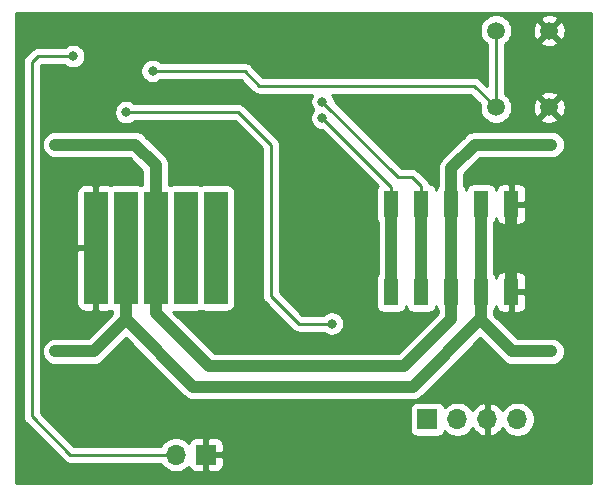
<source format=gbr>
%TF.GenerationSoftware,KiCad,Pcbnew,5.1.10-88a1d61d58~88~ubuntu20.04.1*%
%TF.CreationDate,2021-10-09T14:41:35+11:00*%
%TF.ProjectId,reva,72657661-2e6b-4696-9361-645f70636258,rev?*%
%TF.SameCoordinates,Original*%
%TF.FileFunction,Copper,L2,Bot*%
%TF.FilePolarity,Positive*%
%FSLAX46Y46*%
G04 Gerber Fmt 4.6, Leading zero omitted, Abs format (unit mm)*
G04 Created by KiCad (PCBNEW 5.1.10-88a1d61d58~88~ubuntu20.04.1) date 2021-10-09 14:41:35*
%MOMM*%
%LPD*%
G01*
G04 APERTURE LIST*
%TA.AperFunction,ComponentPad*%
%ADD10C,1.500000*%
%TD*%
%TA.AperFunction,SMDPad,CuDef*%
%ADD11R,2.000000X9.500000*%
%TD*%
%TA.AperFunction,ComponentPad*%
%ADD12O,1.700000X1.700000*%
%TD*%
%TA.AperFunction,ComponentPad*%
%ADD13R,1.700000X1.700000*%
%TD*%
%TA.AperFunction,SMDPad,CuDef*%
%ADD14R,1.270000X2.260000*%
%TD*%
%TA.AperFunction,ViaPad*%
%ADD15C,0.800000*%
%TD*%
%TA.AperFunction,Conductor*%
%ADD16C,1.000000*%
%TD*%
%TA.AperFunction,Conductor*%
%ADD17C,0.250000*%
%TD*%
%TA.AperFunction,Conductor*%
%ADD18C,0.254000*%
%TD*%
%TA.AperFunction,Conductor*%
%ADD19C,0.100000*%
%TD*%
G04 APERTURE END LIST*
D10*
%TO.P,S1,2*%
%TO.N,IO04*%
X171300000Y-86600000D03*
%TO.P,S1,4*%
%TO.N,GND*%
X175800000Y-86600000D03*
%TO.P,S1,3*%
X175800000Y-93100000D03*
%TO.P,S1,1*%
%TO.N,IO04*%
X171300000Y-93100000D03*
%TD*%
D11*
%TO.P,J2,1*%
%TO.N,IO4*%
X147580000Y-105000000D03*
%TO.P,J2,2*%
%TO.N,IO3*%
X145040000Y-105000000D03*
%TO.P,J2,3*%
%TO.N,RS485B*%
X142500000Y-105000000D03*
%TO.P,J2,4*%
%TO.N,RS485A*%
X139960000Y-105000000D03*
%TO.P,J2,5*%
%TO.N,GND*%
X137420000Y-105000000D03*
%TD*%
D12*
%TO.P,J4,2*%
%TO.N,IO0*%
X144210000Y-122500000D03*
D13*
%TO.P,J4,1*%
%TO.N,GND*%
X146750000Y-122500000D03*
%TD*%
D12*
%TO.P,J3,4*%
%TO.N,VIN*%
X173120000Y-119500000D03*
%TO.P,J3,3*%
%TO.N,GND*%
X170580000Y-119500000D03*
%TO.P,J3,2*%
%TO.N,TTLTX*%
X168040000Y-119500000D03*
D13*
%TO.P,J3,1*%
%TO.N,TTLRX*%
X165500000Y-119500000D03*
%TD*%
D14*
%TO.P,J1,6*%
%TO.N,GND*%
X172580000Y-108720000D03*
%TO.P,J1,7*%
%TO.N,RS485A*%
X170040000Y-108720000D03*
%TO.P,J1,8*%
%TO.N,RS485B*%
X167500000Y-108720000D03*
%TO.P,J1,9*%
%TO.N,IO1*%
X164960000Y-108720000D03*
%TO.P,J1,10*%
%TO.N,IO2*%
X162420000Y-108720000D03*
%TO.P,J1,5*%
%TO.N,GND*%
X172580000Y-101280000D03*
%TO.P,J1,4*%
%TO.N,RS485A*%
X170040000Y-101280000D03*
%TO.P,J1,3*%
%TO.N,RS485B*%
X167500000Y-101280000D03*
%TO.P,J1,2*%
%TO.N,IO1*%
X164960000Y-101280000D03*
%TO.P,J1,1*%
%TO.N,IO2*%
X162420000Y-101280000D03*
%TD*%
D15*
%TO.N,IO2*%
X156600000Y-94000000D03*
%TO.N,IO1*%
X156600000Y-92600000D03*
%TO.N,GND*%
X148500000Y-96250000D03*
X147000000Y-96250000D03*
X145500000Y-96250000D03*
X145500000Y-97750000D03*
X147000000Y-97750000D03*
X148500000Y-97750000D03*
X148500000Y-99250000D03*
X145500000Y-99250000D03*
X147000000Y-99250000D03*
X156450000Y-107550000D03*
X156400000Y-112600000D03*
X160000000Y-107000000D03*
X135500000Y-105000000D03*
X154500000Y-122000000D03*
X176750000Y-99750000D03*
X162250000Y-86000000D03*
X151750000Y-90000000D03*
X158700000Y-92600000D03*
X160300000Y-94100000D03*
X139900000Y-113900000D03*
X141600000Y-116000000D03*
X147100000Y-111900000D03*
X151000000Y-111600000D03*
X134600000Y-99900000D03*
X168500000Y-116000000D03*
X159300000Y-118300000D03*
X162750000Y-121500000D03*
X172000000Y-97750000D03*
X174250000Y-98250000D03*
X142600000Y-95000000D03*
X150400000Y-101200000D03*
%TO.N,IO3*%
X145000000Y-102750000D03*
%TO.N,IO4*%
X147500000Y-104000000D03*
%TO.N,RS485A*%
X134000000Y-113750000D03*
X176000000Y-113750000D03*
X170040000Y-104960000D03*
%TO.N,RS485B*%
X167500000Y-105000000D03*
X176000000Y-96250000D03*
X134000000Y-96250000D03*
%TO.N,IO0*%
X135500000Y-88750000D03*
%TO.N,RS485CTRL*%
X140000000Y-93500000D03*
X157400000Y-111400000D03*
%TO.N,IO04*%
X142235000Y-90015000D03*
%TD*%
D16*
%TO.N,IO2*%
X162420000Y-101280000D02*
X162420000Y-108720000D01*
D17*
X162500000Y-101200000D02*
X162420000Y-101280000D01*
X162420000Y-99820000D02*
X162420000Y-101280000D01*
X156600000Y-94000000D02*
X162420000Y-99820000D01*
D16*
%TO.N,IO1*%
X164960000Y-101280000D02*
X164960000Y-108720000D01*
D17*
X164960000Y-99760000D02*
X164960000Y-101280000D01*
X163000000Y-99000000D02*
X164200000Y-99000000D01*
X164200000Y-99000000D02*
X164960000Y-99760000D01*
X156600000Y-92600000D02*
X163000000Y-99000000D01*
D16*
%TO.N,GND*%
X172580000Y-101280000D02*
X172580000Y-108720000D01*
%TO.N,RS485A*%
X170040000Y-104960000D02*
X170040000Y-108720000D01*
X170040000Y-101280000D02*
X170040000Y-104960000D01*
X170040000Y-108720000D02*
X170040000Y-110960000D01*
X139960000Y-110960000D02*
X139960000Y-111040000D01*
X170040000Y-110960000D02*
X170040000Y-111040000D01*
X169960000Y-111040000D02*
X164250000Y-116750000D01*
X145670000Y-116750000D02*
X139960000Y-111040000D01*
X164250000Y-116750000D02*
X145670000Y-116750000D01*
X139960000Y-111040000D02*
X139960000Y-105000000D01*
X172670000Y-113750000D02*
X169960000Y-111040000D01*
X176000000Y-113750000D02*
X172670000Y-113750000D01*
X137250000Y-113750000D02*
X139960000Y-111040000D01*
X134000000Y-113750000D02*
X137250000Y-113750000D01*
X170040000Y-111040000D02*
X169960000Y-111040000D01*
%TO.N,RS485B*%
X167500000Y-105000000D02*
X167500000Y-108720000D01*
X167500000Y-101280000D02*
X167500000Y-105000000D01*
X147000000Y-115000000D02*
X142500000Y-110500000D01*
X163500000Y-115000000D02*
X147000000Y-115000000D01*
X167500000Y-111000000D02*
X163500000Y-115000000D01*
X167500000Y-108720000D02*
X167500000Y-111000000D01*
X142500000Y-110500000D02*
X142500000Y-105000000D01*
X169500000Y-96250000D02*
X176000000Y-96250000D01*
X167500000Y-98250000D02*
X169500000Y-96250000D01*
X167500000Y-101280000D02*
X167500000Y-98250000D01*
X140750000Y-96250000D02*
X134000000Y-96250000D01*
X142500000Y-98000000D02*
X140750000Y-96250000D01*
X142500000Y-105000000D02*
X142500000Y-98000000D01*
D17*
%TO.N,IO0*%
X138000000Y-122500000D02*
X144210000Y-122500000D01*
X135500000Y-88750000D02*
X132500000Y-88750000D01*
X132500000Y-88750000D02*
X132000000Y-89250000D01*
X132000000Y-89250000D02*
X132000000Y-119250000D01*
X135250000Y-122500000D02*
X138000000Y-122500000D01*
X132000000Y-119250000D02*
X135250000Y-122500000D01*
%TO.N,RS485CTRL*%
X152250000Y-96250000D02*
X152250000Y-108450000D01*
X149500000Y-93500000D02*
X152250000Y-96250000D01*
X140000000Y-93500000D02*
X149500000Y-93500000D01*
X152250000Y-108450000D02*
X152250000Y-108500000D01*
X152250000Y-108450000D02*
X152250000Y-108650000D01*
X152250000Y-108650000D02*
X152250000Y-109050000D01*
X154600000Y-111400000D02*
X157400000Y-111400000D01*
X152250000Y-109050000D02*
X154600000Y-111400000D01*
%TO.N,IO04*%
X151250000Y-91250000D02*
X169450000Y-91250000D01*
X150015000Y-90015000D02*
X151250000Y-91250000D01*
X142235000Y-90015000D02*
X150015000Y-90015000D01*
X169450000Y-91250000D02*
X171300000Y-93100000D01*
X171300000Y-86600000D02*
X171300000Y-93100000D01*
%TD*%
D18*
%TO.N,GND*%
X179340001Y-124873000D02*
X130660000Y-124873000D01*
X130660000Y-89250000D01*
X131236324Y-89250000D01*
X131240000Y-89287322D01*
X131240001Y-119212667D01*
X131236324Y-119250000D01*
X131250998Y-119398985D01*
X131294454Y-119542246D01*
X131365026Y-119674276D01*
X131436201Y-119761002D01*
X131460000Y-119790001D01*
X131488998Y-119813799D01*
X134686201Y-123011003D01*
X134709999Y-123040001D01*
X134738997Y-123063799D01*
X134825723Y-123134974D01*
X134953759Y-123203411D01*
X134957753Y-123205546D01*
X135101014Y-123249003D01*
X135212667Y-123260000D01*
X135212676Y-123260000D01*
X135249999Y-123263676D01*
X135287322Y-123260000D01*
X142931822Y-123260000D01*
X143056525Y-123446632D01*
X143263368Y-123653475D01*
X143506589Y-123815990D01*
X143776842Y-123927932D01*
X144063740Y-123985000D01*
X144356260Y-123985000D01*
X144643158Y-123927932D01*
X144913411Y-123815990D01*
X145156632Y-123653475D01*
X145288487Y-123521620D01*
X145310498Y-123594180D01*
X145369463Y-123704494D01*
X145448815Y-123801185D01*
X145545506Y-123880537D01*
X145655820Y-123939502D01*
X145775518Y-123975812D01*
X145900000Y-123988072D01*
X146464250Y-123985000D01*
X146623000Y-123826250D01*
X146623000Y-122627000D01*
X146877000Y-122627000D01*
X146877000Y-123826250D01*
X147035750Y-123985000D01*
X147600000Y-123988072D01*
X147724482Y-123975812D01*
X147844180Y-123939502D01*
X147954494Y-123880537D01*
X148051185Y-123801185D01*
X148130537Y-123704494D01*
X148189502Y-123594180D01*
X148225812Y-123474482D01*
X148238072Y-123350000D01*
X148235000Y-122785750D01*
X148076250Y-122627000D01*
X146877000Y-122627000D01*
X146623000Y-122627000D01*
X146603000Y-122627000D01*
X146603000Y-122373000D01*
X146623000Y-122373000D01*
X146623000Y-121173750D01*
X146877000Y-121173750D01*
X146877000Y-122373000D01*
X148076250Y-122373000D01*
X148235000Y-122214250D01*
X148238072Y-121650000D01*
X148225812Y-121525518D01*
X148189502Y-121405820D01*
X148130537Y-121295506D01*
X148051185Y-121198815D01*
X147954494Y-121119463D01*
X147844180Y-121060498D01*
X147724482Y-121024188D01*
X147600000Y-121011928D01*
X147035750Y-121015000D01*
X146877000Y-121173750D01*
X146623000Y-121173750D01*
X146464250Y-121015000D01*
X145900000Y-121011928D01*
X145775518Y-121024188D01*
X145655820Y-121060498D01*
X145545506Y-121119463D01*
X145448815Y-121198815D01*
X145369463Y-121295506D01*
X145310498Y-121405820D01*
X145288487Y-121478380D01*
X145156632Y-121346525D01*
X144913411Y-121184010D01*
X144643158Y-121072068D01*
X144356260Y-121015000D01*
X144063740Y-121015000D01*
X143776842Y-121072068D01*
X143506589Y-121184010D01*
X143263368Y-121346525D01*
X143056525Y-121553368D01*
X142931822Y-121740000D01*
X135564802Y-121740000D01*
X132760000Y-118935199D01*
X132760000Y-118650000D01*
X164011928Y-118650000D01*
X164011928Y-120350000D01*
X164024188Y-120474482D01*
X164060498Y-120594180D01*
X164119463Y-120704494D01*
X164198815Y-120801185D01*
X164295506Y-120880537D01*
X164405820Y-120939502D01*
X164525518Y-120975812D01*
X164650000Y-120988072D01*
X166350000Y-120988072D01*
X166474482Y-120975812D01*
X166594180Y-120939502D01*
X166704494Y-120880537D01*
X166801185Y-120801185D01*
X166880537Y-120704494D01*
X166939502Y-120594180D01*
X166961513Y-120521620D01*
X167093368Y-120653475D01*
X167336589Y-120815990D01*
X167606842Y-120927932D01*
X167893740Y-120985000D01*
X168186260Y-120985000D01*
X168473158Y-120927932D01*
X168743411Y-120815990D01*
X168986632Y-120653475D01*
X169193475Y-120446632D01*
X169315195Y-120264466D01*
X169384822Y-120381355D01*
X169579731Y-120597588D01*
X169813080Y-120771641D01*
X170075901Y-120896825D01*
X170223110Y-120941476D01*
X170453000Y-120820155D01*
X170453000Y-119627000D01*
X170433000Y-119627000D01*
X170433000Y-119373000D01*
X170453000Y-119373000D01*
X170453000Y-118179845D01*
X170707000Y-118179845D01*
X170707000Y-119373000D01*
X170727000Y-119373000D01*
X170727000Y-119627000D01*
X170707000Y-119627000D01*
X170707000Y-120820155D01*
X170936890Y-120941476D01*
X171084099Y-120896825D01*
X171346920Y-120771641D01*
X171580269Y-120597588D01*
X171775178Y-120381355D01*
X171844805Y-120264466D01*
X171966525Y-120446632D01*
X172173368Y-120653475D01*
X172416589Y-120815990D01*
X172686842Y-120927932D01*
X172973740Y-120985000D01*
X173266260Y-120985000D01*
X173553158Y-120927932D01*
X173823411Y-120815990D01*
X174066632Y-120653475D01*
X174273475Y-120446632D01*
X174435990Y-120203411D01*
X174547932Y-119933158D01*
X174605000Y-119646260D01*
X174605000Y-119353740D01*
X174547932Y-119066842D01*
X174435990Y-118796589D01*
X174273475Y-118553368D01*
X174066632Y-118346525D01*
X173823411Y-118184010D01*
X173553158Y-118072068D01*
X173266260Y-118015000D01*
X172973740Y-118015000D01*
X172686842Y-118072068D01*
X172416589Y-118184010D01*
X172173368Y-118346525D01*
X171966525Y-118553368D01*
X171844805Y-118735534D01*
X171775178Y-118618645D01*
X171580269Y-118402412D01*
X171346920Y-118228359D01*
X171084099Y-118103175D01*
X170936890Y-118058524D01*
X170707000Y-118179845D01*
X170453000Y-118179845D01*
X170223110Y-118058524D01*
X170075901Y-118103175D01*
X169813080Y-118228359D01*
X169579731Y-118402412D01*
X169384822Y-118618645D01*
X169315195Y-118735534D01*
X169193475Y-118553368D01*
X168986632Y-118346525D01*
X168743411Y-118184010D01*
X168473158Y-118072068D01*
X168186260Y-118015000D01*
X167893740Y-118015000D01*
X167606842Y-118072068D01*
X167336589Y-118184010D01*
X167093368Y-118346525D01*
X166961513Y-118478380D01*
X166939502Y-118405820D01*
X166880537Y-118295506D01*
X166801185Y-118198815D01*
X166704494Y-118119463D01*
X166594180Y-118060498D01*
X166474482Y-118024188D01*
X166350000Y-118011928D01*
X164650000Y-118011928D01*
X164525518Y-118024188D01*
X164405820Y-118060498D01*
X164295506Y-118119463D01*
X164198815Y-118198815D01*
X164119463Y-118295506D01*
X164060498Y-118405820D01*
X164024188Y-118525518D01*
X164011928Y-118650000D01*
X132760000Y-118650000D01*
X132760000Y-109750000D01*
X135781928Y-109750000D01*
X135794188Y-109874482D01*
X135830498Y-109994180D01*
X135889463Y-110104494D01*
X135968815Y-110201185D01*
X136065506Y-110280537D01*
X136175820Y-110339502D01*
X136295518Y-110375812D01*
X136420000Y-110388072D01*
X137134250Y-110385000D01*
X137293000Y-110226250D01*
X137293000Y-105127000D01*
X135943750Y-105127000D01*
X135785000Y-105285750D01*
X135781928Y-109750000D01*
X132760000Y-109750000D01*
X132760000Y-100250000D01*
X135781928Y-100250000D01*
X135785000Y-104714250D01*
X135943750Y-104873000D01*
X137293000Y-104873000D01*
X137293000Y-99773750D01*
X137134250Y-99615000D01*
X136420000Y-99611928D01*
X136295518Y-99624188D01*
X136175820Y-99660498D01*
X136065506Y-99719463D01*
X135968815Y-99798815D01*
X135889463Y-99895506D01*
X135830498Y-100005820D01*
X135794188Y-100125518D01*
X135781928Y-100250000D01*
X132760000Y-100250000D01*
X132760000Y-96250000D01*
X132859509Y-96250000D01*
X132881423Y-96472499D01*
X132946324Y-96686447D01*
X133051716Y-96883623D01*
X133193551Y-97056449D01*
X133366377Y-97198284D01*
X133563553Y-97303676D01*
X133777501Y-97368577D01*
X133944248Y-97385000D01*
X140279869Y-97385000D01*
X141365001Y-98470134D01*
X141365001Y-99627378D01*
X141255820Y-99660498D01*
X141230000Y-99674299D01*
X141204180Y-99660498D01*
X141084482Y-99624188D01*
X140960000Y-99611928D01*
X138960000Y-99611928D01*
X138835518Y-99624188D01*
X138715820Y-99660498D01*
X138690000Y-99674299D01*
X138664180Y-99660498D01*
X138544482Y-99624188D01*
X138420000Y-99611928D01*
X137705750Y-99615000D01*
X137547000Y-99773750D01*
X137547000Y-104873000D01*
X137567000Y-104873000D01*
X137567000Y-105127000D01*
X137547000Y-105127000D01*
X137547000Y-110226250D01*
X137705750Y-110385000D01*
X138420000Y-110388072D01*
X138544482Y-110375812D01*
X138664180Y-110339502D01*
X138690000Y-110325701D01*
X138715820Y-110339502D01*
X138825000Y-110372621D01*
X138825000Y-110569868D01*
X136779869Y-112615000D01*
X133944248Y-112615000D01*
X133777501Y-112631423D01*
X133563553Y-112696324D01*
X133366377Y-112801716D01*
X133193551Y-112943551D01*
X133051716Y-113116377D01*
X132946324Y-113313553D01*
X132881423Y-113527501D01*
X132859509Y-113750000D01*
X132881423Y-113972499D01*
X132946324Y-114186447D01*
X133051716Y-114383623D01*
X133193551Y-114556449D01*
X133366377Y-114698284D01*
X133563553Y-114803676D01*
X133777501Y-114868577D01*
X133944248Y-114885000D01*
X137194249Y-114885000D01*
X137250000Y-114890491D01*
X137305751Y-114885000D01*
X137305752Y-114885000D01*
X137472499Y-114868577D01*
X137686447Y-114803676D01*
X137883623Y-114698284D01*
X138056449Y-114556449D01*
X138091996Y-114513135D01*
X139960000Y-112645131D01*
X144828009Y-117513141D01*
X144863551Y-117556449D01*
X145036377Y-117698284D01*
X145233553Y-117803676D01*
X145447501Y-117868577D01*
X145614248Y-117885000D01*
X145614257Y-117885000D01*
X145669999Y-117890490D01*
X145725741Y-117885000D01*
X164194249Y-117885000D01*
X164250000Y-117890491D01*
X164305751Y-117885000D01*
X164305752Y-117885000D01*
X164472499Y-117868577D01*
X164686447Y-117803676D01*
X164883623Y-117698284D01*
X165056449Y-117556449D01*
X165091996Y-117513135D01*
X169960000Y-112645132D01*
X171828009Y-114513141D01*
X171863551Y-114556449D01*
X171998507Y-114667205D01*
X172036377Y-114698284D01*
X172233553Y-114803676D01*
X172447501Y-114868577D01*
X172670000Y-114890491D01*
X172725752Y-114885000D01*
X176055752Y-114885000D01*
X176222499Y-114868577D01*
X176436447Y-114803676D01*
X176633623Y-114698284D01*
X176806449Y-114556449D01*
X176948284Y-114383623D01*
X177053676Y-114186447D01*
X177118577Y-113972499D01*
X177140491Y-113750000D01*
X177118577Y-113527501D01*
X177053676Y-113313553D01*
X176948284Y-113116377D01*
X176806449Y-112943551D01*
X176633623Y-112801716D01*
X176436447Y-112696324D01*
X176222499Y-112631423D01*
X176055752Y-112615000D01*
X173140132Y-112615000D01*
X171175000Y-110649869D01*
X171175000Y-110241704D01*
X171205537Y-110204494D01*
X171264502Y-110094180D01*
X171300812Y-109974482D01*
X171310000Y-109881192D01*
X171319188Y-109974482D01*
X171355498Y-110094180D01*
X171414463Y-110204494D01*
X171493815Y-110301185D01*
X171590506Y-110380537D01*
X171700820Y-110439502D01*
X171820518Y-110475812D01*
X171945000Y-110488072D01*
X172294250Y-110485000D01*
X172453000Y-110326250D01*
X172453000Y-108847000D01*
X172707000Y-108847000D01*
X172707000Y-110326250D01*
X172865750Y-110485000D01*
X173215000Y-110488072D01*
X173339482Y-110475812D01*
X173459180Y-110439502D01*
X173569494Y-110380537D01*
X173666185Y-110301185D01*
X173745537Y-110204494D01*
X173804502Y-110094180D01*
X173840812Y-109974482D01*
X173853072Y-109850000D01*
X173850000Y-109005750D01*
X173691250Y-108847000D01*
X172707000Y-108847000D01*
X172453000Y-108847000D01*
X172433000Y-108847000D01*
X172433000Y-108593000D01*
X172453000Y-108593000D01*
X172453000Y-107113750D01*
X172707000Y-107113750D01*
X172707000Y-108593000D01*
X173691250Y-108593000D01*
X173850000Y-108434250D01*
X173853072Y-107590000D01*
X173840812Y-107465518D01*
X173804502Y-107345820D01*
X173745537Y-107235506D01*
X173666185Y-107138815D01*
X173569494Y-107059463D01*
X173459180Y-107000498D01*
X173339482Y-106964188D01*
X173215000Y-106951928D01*
X172865750Y-106955000D01*
X172707000Y-107113750D01*
X172453000Y-107113750D01*
X172294250Y-106955000D01*
X171945000Y-106951928D01*
X171820518Y-106964188D01*
X171700820Y-107000498D01*
X171590506Y-107059463D01*
X171493815Y-107138815D01*
X171414463Y-107235506D01*
X171355498Y-107345820D01*
X171319188Y-107465518D01*
X171310000Y-107558808D01*
X171300812Y-107465518D01*
X171264502Y-107345820D01*
X171205537Y-107235506D01*
X171175000Y-107198296D01*
X171175000Y-102801704D01*
X171205537Y-102764494D01*
X171264502Y-102654180D01*
X171300812Y-102534482D01*
X171310000Y-102441192D01*
X171319188Y-102534482D01*
X171355498Y-102654180D01*
X171414463Y-102764494D01*
X171493815Y-102861185D01*
X171590506Y-102940537D01*
X171700820Y-102999502D01*
X171820518Y-103035812D01*
X171945000Y-103048072D01*
X172294250Y-103045000D01*
X172453000Y-102886250D01*
X172453000Y-101407000D01*
X172707000Y-101407000D01*
X172707000Y-102886250D01*
X172865750Y-103045000D01*
X173215000Y-103048072D01*
X173339482Y-103035812D01*
X173459180Y-102999502D01*
X173569494Y-102940537D01*
X173666185Y-102861185D01*
X173745537Y-102764494D01*
X173804502Y-102654180D01*
X173840812Y-102534482D01*
X173853072Y-102410000D01*
X173850000Y-101565750D01*
X173691250Y-101407000D01*
X172707000Y-101407000D01*
X172453000Y-101407000D01*
X172433000Y-101407000D01*
X172433000Y-101153000D01*
X172453000Y-101153000D01*
X172453000Y-99673750D01*
X172707000Y-99673750D01*
X172707000Y-101153000D01*
X173691250Y-101153000D01*
X173850000Y-100994250D01*
X173853072Y-100150000D01*
X173840812Y-100025518D01*
X173804502Y-99905820D01*
X173745537Y-99795506D01*
X173666185Y-99698815D01*
X173569494Y-99619463D01*
X173459180Y-99560498D01*
X173339482Y-99524188D01*
X173215000Y-99511928D01*
X172865750Y-99515000D01*
X172707000Y-99673750D01*
X172453000Y-99673750D01*
X172294250Y-99515000D01*
X171945000Y-99511928D01*
X171820518Y-99524188D01*
X171700820Y-99560498D01*
X171590506Y-99619463D01*
X171493815Y-99698815D01*
X171414463Y-99795506D01*
X171355498Y-99905820D01*
X171319188Y-100025518D01*
X171310000Y-100118808D01*
X171300812Y-100025518D01*
X171264502Y-99905820D01*
X171205537Y-99795506D01*
X171126185Y-99698815D01*
X171029494Y-99619463D01*
X170919180Y-99560498D01*
X170799482Y-99524188D01*
X170675000Y-99511928D01*
X169405000Y-99511928D01*
X169280518Y-99524188D01*
X169160820Y-99560498D01*
X169050506Y-99619463D01*
X168953815Y-99698815D01*
X168874463Y-99795506D01*
X168815498Y-99905820D01*
X168779188Y-100025518D01*
X168770000Y-100118808D01*
X168760812Y-100025518D01*
X168724502Y-99905820D01*
X168665537Y-99795506D01*
X168635000Y-99758296D01*
X168635000Y-98720131D01*
X169970132Y-97385000D01*
X176055752Y-97385000D01*
X176222499Y-97368577D01*
X176436447Y-97303676D01*
X176633623Y-97198284D01*
X176806449Y-97056449D01*
X176948284Y-96883623D01*
X177053676Y-96686447D01*
X177118577Y-96472499D01*
X177140491Y-96250000D01*
X177118577Y-96027501D01*
X177053676Y-95813553D01*
X176948284Y-95616377D01*
X176806449Y-95443551D01*
X176633623Y-95301716D01*
X176436447Y-95196324D01*
X176222499Y-95131423D01*
X176055752Y-95115000D01*
X169555751Y-95115000D01*
X169499999Y-95109509D01*
X169277500Y-95131423D01*
X169227705Y-95146529D01*
X169063553Y-95196324D01*
X168866377Y-95301716D01*
X168693551Y-95443551D01*
X168658009Y-95486859D01*
X166736860Y-97408009D01*
X166693552Y-97443551D01*
X166551717Y-97616377D01*
X166495384Y-97721770D01*
X166446324Y-97813554D01*
X166381423Y-98027502D01*
X166359509Y-98250000D01*
X166365001Y-98305761D01*
X166365001Y-99758296D01*
X166334463Y-99795506D01*
X166275498Y-99905820D01*
X166239188Y-100025518D01*
X166230000Y-100118808D01*
X166220812Y-100025518D01*
X166184502Y-99905820D01*
X166125537Y-99795506D01*
X166046185Y-99698815D01*
X165949494Y-99619463D01*
X165839180Y-99560498D01*
X165719482Y-99524188D01*
X165681531Y-99520450D01*
X165665546Y-99467753D01*
X165594974Y-99335724D01*
X165500001Y-99219999D01*
X165471004Y-99196202D01*
X164763803Y-98489002D01*
X164740001Y-98459999D01*
X164624276Y-98365026D01*
X164492247Y-98294454D01*
X164348986Y-98250997D01*
X164237333Y-98240000D01*
X164237322Y-98240000D01*
X164200000Y-98236324D01*
X164162678Y-98240000D01*
X163314802Y-98240000D01*
X157635000Y-92560199D01*
X157635000Y-92498061D01*
X157595226Y-92298102D01*
X157517205Y-92109744D01*
X157450558Y-92010000D01*
X169135199Y-92010000D01*
X169943833Y-92818635D01*
X169915000Y-92963589D01*
X169915000Y-93236411D01*
X169968225Y-93503989D01*
X170072629Y-93756043D01*
X170224201Y-93982886D01*
X170417114Y-94175799D01*
X170643957Y-94327371D01*
X170896011Y-94431775D01*
X171163589Y-94485000D01*
X171436411Y-94485000D01*
X171703989Y-94431775D01*
X171956043Y-94327371D01*
X172182886Y-94175799D01*
X172301692Y-94056993D01*
X175022612Y-94056993D01*
X175088137Y-94295860D01*
X175335116Y-94411760D01*
X175599960Y-94477250D01*
X175872492Y-94489812D01*
X176142238Y-94448965D01*
X176398832Y-94356277D01*
X176511863Y-94295860D01*
X176577388Y-94056993D01*
X175800000Y-93279605D01*
X175022612Y-94056993D01*
X172301692Y-94056993D01*
X172375799Y-93982886D01*
X172527371Y-93756043D01*
X172631775Y-93503989D01*
X172685000Y-93236411D01*
X172685000Y-93172492D01*
X174410188Y-93172492D01*
X174451035Y-93442238D01*
X174543723Y-93698832D01*
X174604140Y-93811863D01*
X174843007Y-93877388D01*
X175620395Y-93100000D01*
X175979605Y-93100000D01*
X176756993Y-93877388D01*
X176995860Y-93811863D01*
X177111760Y-93564884D01*
X177177250Y-93300040D01*
X177189812Y-93027508D01*
X177148965Y-92757762D01*
X177056277Y-92501168D01*
X176995860Y-92388137D01*
X176756993Y-92322612D01*
X175979605Y-93100000D01*
X175620395Y-93100000D01*
X174843007Y-92322612D01*
X174604140Y-92388137D01*
X174488240Y-92635116D01*
X174422750Y-92899960D01*
X174410188Y-93172492D01*
X172685000Y-93172492D01*
X172685000Y-92963589D01*
X172631775Y-92696011D01*
X172527371Y-92443957D01*
X172375799Y-92217114D01*
X172301692Y-92143007D01*
X175022612Y-92143007D01*
X175800000Y-92920395D01*
X176577388Y-92143007D01*
X176511863Y-91904140D01*
X176264884Y-91788240D01*
X176000040Y-91722750D01*
X175727508Y-91710188D01*
X175457762Y-91751035D01*
X175201168Y-91843723D01*
X175088137Y-91904140D01*
X175022612Y-92143007D01*
X172301692Y-92143007D01*
X172182886Y-92024201D01*
X172060000Y-91942091D01*
X172060000Y-87757909D01*
X172182886Y-87675799D01*
X172301692Y-87556993D01*
X175022612Y-87556993D01*
X175088137Y-87795860D01*
X175335116Y-87911760D01*
X175599960Y-87977250D01*
X175872492Y-87989812D01*
X176142238Y-87948965D01*
X176398832Y-87856277D01*
X176511863Y-87795860D01*
X176577388Y-87556993D01*
X175800000Y-86779605D01*
X175022612Y-87556993D01*
X172301692Y-87556993D01*
X172375799Y-87482886D01*
X172527371Y-87256043D01*
X172631775Y-87003989D01*
X172685000Y-86736411D01*
X172685000Y-86672492D01*
X174410188Y-86672492D01*
X174451035Y-86942238D01*
X174543723Y-87198832D01*
X174604140Y-87311863D01*
X174843007Y-87377388D01*
X175620395Y-86600000D01*
X175979605Y-86600000D01*
X176756993Y-87377388D01*
X176995860Y-87311863D01*
X177111760Y-87064884D01*
X177177250Y-86800040D01*
X177189812Y-86527508D01*
X177148965Y-86257762D01*
X177056277Y-86001168D01*
X176995860Y-85888137D01*
X176756993Y-85822612D01*
X175979605Y-86600000D01*
X175620395Y-86600000D01*
X174843007Y-85822612D01*
X174604140Y-85888137D01*
X174488240Y-86135116D01*
X174422750Y-86399960D01*
X174410188Y-86672492D01*
X172685000Y-86672492D01*
X172685000Y-86463589D01*
X172631775Y-86196011D01*
X172527371Y-85943957D01*
X172375799Y-85717114D01*
X172301692Y-85643007D01*
X175022612Y-85643007D01*
X175800000Y-86420395D01*
X176577388Y-85643007D01*
X176511863Y-85404140D01*
X176264884Y-85288240D01*
X176000040Y-85222750D01*
X175727508Y-85210188D01*
X175457762Y-85251035D01*
X175201168Y-85343723D01*
X175088137Y-85404140D01*
X175022612Y-85643007D01*
X172301692Y-85643007D01*
X172182886Y-85524201D01*
X171956043Y-85372629D01*
X171703989Y-85268225D01*
X171436411Y-85215000D01*
X171163589Y-85215000D01*
X170896011Y-85268225D01*
X170643957Y-85372629D01*
X170417114Y-85524201D01*
X170224201Y-85717114D01*
X170072629Y-85943957D01*
X169968225Y-86196011D01*
X169915000Y-86463589D01*
X169915000Y-86736411D01*
X169968225Y-87003989D01*
X170072629Y-87256043D01*
X170224201Y-87482886D01*
X170417114Y-87675799D01*
X170540000Y-87757909D01*
X170540001Y-91265199D01*
X170013804Y-90739003D01*
X169990001Y-90709999D01*
X169874276Y-90615026D01*
X169742247Y-90544454D01*
X169598986Y-90500997D01*
X169487333Y-90490000D01*
X169487322Y-90490000D01*
X169450000Y-90486324D01*
X169412678Y-90490000D01*
X151564802Y-90490000D01*
X150578804Y-89504003D01*
X150555001Y-89474999D01*
X150439276Y-89380026D01*
X150307247Y-89309454D01*
X150163986Y-89265997D01*
X150052333Y-89255000D01*
X150052322Y-89255000D01*
X150015000Y-89251324D01*
X149977678Y-89255000D01*
X142938711Y-89255000D01*
X142894774Y-89211063D01*
X142725256Y-89097795D01*
X142536898Y-89019774D01*
X142336939Y-88980000D01*
X142133061Y-88980000D01*
X141933102Y-89019774D01*
X141744744Y-89097795D01*
X141575226Y-89211063D01*
X141431063Y-89355226D01*
X141317795Y-89524744D01*
X141239774Y-89713102D01*
X141200000Y-89913061D01*
X141200000Y-90116939D01*
X141239774Y-90316898D01*
X141317795Y-90505256D01*
X141431063Y-90674774D01*
X141575226Y-90818937D01*
X141744744Y-90932205D01*
X141933102Y-91010226D01*
X142133061Y-91050000D01*
X142336939Y-91050000D01*
X142536898Y-91010226D01*
X142725256Y-90932205D01*
X142894774Y-90818937D01*
X142938711Y-90775000D01*
X149700199Y-90775000D01*
X150686200Y-91761002D01*
X150709999Y-91790001D01*
X150825724Y-91884974D01*
X150957753Y-91955546D01*
X151101014Y-91999003D01*
X151212667Y-92010000D01*
X151212675Y-92010000D01*
X151250000Y-92013676D01*
X151287325Y-92010000D01*
X155749442Y-92010000D01*
X155682795Y-92109744D01*
X155604774Y-92298102D01*
X155565000Y-92498061D01*
X155565000Y-92701939D01*
X155604774Y-92901898D01*
X155682795Y-93090256D01*
X155796063Y-93259774D01*
X155836289Y-93300000D01*
X155796063Y-93340226D01*
X155682795Y-93509744D01*
X155604774Y-93698102D01*
X155565000Y-93898061D01*
X155565000Y-94101939D01*
X155604774Y-94301898D01*
X155682795Y-94490256D01*
X155796063Y-94659774D01*
X155940226Y-94803937D01*
X156109744Y-94917205D01*
X156298102Y-94995226D01*
X156498061Y-95035000D01*
X156560199Y-95035000D01*
X161284321Y-99759123D01*
X161254463Y-99795506D01*
X161195498Y-99905820D01*
X161159188Y-100025518D01*
X161146928Y-100150000D01*
X161146928Y-102410000D01*
X161159188Y-102534482D01*
X161195498Y-102654180D01*
X161254463Y-102764494D01*
X161285000Y-102801704D01*
X161285001Y-107198295D01*
X161254463Y-107235506D01*
X161195498Y-107345820D01*
X161159188Y-107465518D01*
X161146928Y-107590000D01*
X161146928Y-109850000D01*
X161159188Y-109974482D01*
X161195498Y-110094180D01*
X161254463Y-110204494D01*
X161333815Y-110301185D01*
X161430506Y-110380537D01*
X161540820Y-110439502D01*
X161660518Y-110475812D01*
X161785000Y-110488072D01*
X163055000Y-110488072D01*
X163179482Y-110475812D01*
X163299180Y-110439502D01*
X163409494Y-110380537D01*
X163506185Y-110301185D01*
X163585537Y-110204494D01*
X163644502Y-110094180D01*
X163680812Y-109974482D01*
X163690000Y-109881192D01*
X163699188Y-109974482D01*
X163735498Y-110094180D01*
X163794463Y-110204494D01*
X163873815Y-110301185D01*
X163970506Y-110380537D01*
X164080820Y-110439502D01*
X164200518Y-110475812D01*
X164325000Y-110488072D01*
X165595000Y-110488072D01*
X165719482Y-110475812D01*
X165839180Y-110439502D01*
X165949494Y-110380537D01*
X166046185Y-110301185D01*
X166125537Y-110204494D01*
X166184502Y-110094180D01*
X166220812Y-109974482D01*
X166230000Y-109881192D01*
X166239188Y-109974482D01*
X166275498Y-110094180D01*
X166334463Y-110204494D01*
X166365001Y-110241704D01*
X166365001Y-110529867D01*
X163029869Y-113865000D01*
X147470132Y-113865000D01*
X143988091Y-110382960D01*
X144040000Y-110388072D01*
X146040000Y-110388072D01*
X146164482Y-110375812D01*
X146284180Y-110339502D01*
X146310000Y-110325701D01*
X146335820Y-110339502D01*
X146455518Y-110375812D01*
X146580000Y-110388072D01*
X148580000Y-110388072D01*
X148704482Y-110375812D01*
X148824180Y-110339502D01*
X148934494Y-110280537D01*
X149031185Y-110201185D01*
X149110537Y-110104494D01*
X149169502Y-109994180D01*
X149205812Y-109874482D01*
X149218072Y-109750000D01*
X149218072Y-100250000D01*
X149205812Y-100125518D01*
X149169502Y-100005820D01*
X149110537Y-99895506D01*
X149031185Y-99798815D01*
X148934494Y-99719463D01*
X148824180Y-99660498D01*
X148704482Y-99624188D01*
X148580000Y-99611928D01*
X146580000Y-99611928D01*
X146455518Y-99624188D01*
X146335820Y-99660498D01*
X146310000Y-99674299D01*
X146284180Y-99660498D01*
X146164482Y-99624188D01*
X146040000Y-99611928D01*
X144040000Y-99611928D01*
X143915518Y-99624188D01*
X143795820Y-99660498D01*
X143770000Y-99674299D01*
X143744180Y-99660498D01*
X143635000Y-99627379D01*
X143635000Y-98055752D01*
X143640491Y-98000000D01*
X143618577Y-97777501D01*
X143553676Y-97563553D01*
X143448284Y-97366377D01*
X143341989Y-97236856D01*
X143341987Y-97236854D01*
X143306449Y-97193551D01*
X143263146Y-97158013D01*
X141591995Y-95486864D01*
X141556449Y-95443551D01*
X141383623Y-95301716D01*
X141186447Y-95196324D01*
X140972499Y-95131423D01*
X140805752Y-95115000D01*
X140805751Y-95115000D01*
X140750000Y-95109509D01*
X140694249Y-95115000D01*
X133944248Y-95115000D01*
X133777501Y-95131423D01*
X133563553Y-95196324D01*
X133366377Y-95301716D01*
X133193551Y-95443551D01*
X133051716Y-95616377D01*
X132946324Y-95813553D01*
X132881423Y-96027501D01*
X132859509Y-96250000D01*
X132760000Y-96250000D01*
X132760000Y-93398061D01*
X138965000Y-93398061D01*
X138965000Y-93601939D01*
X139004774Y-93801898D01*
X139082795Y-93990256D01*
X139196063Y-94159774D01*
X139340226Y-94303937D01*
X139509744Y-94417205D01*
X139698102Y-94495226D01*
X139898061Y-94535000D01*
X140101939Y-94535000D01*
X140301898Y-94495226D01*
X140490256Y-94417205D01*
X140659774Y-94303937D01*
X140703711Y-94260000D01*
X149185199Y-94260000D01*
X151490000Y-96564802D01*
X151490001Y-108412658D01*
X151490000Y-108412668D01*
X151490000Y-109012678D01*
X151486324Y-109050000D01*
X151490000Y-109087322D01*
X151490000Y-109087333D01*
X151500997Y-109198986D01*
X151544454Y-109342247D01*
X151615026Y-109474276D01*
X151709999Y-109590001D01*
X151739001Y-109613802D01*
X154036201Y-111911003D01*
X154059999Y-111940001D01*
X154175724Y-112034974D01*
X154307753Y-112105546D01*
X154451014Y-112149003D01*
X154562667Y-112160000D01*
X154562677Y-112160000D01*
X154600000Y-112163676D01*
X154637323Y-112160000D01*
X156696289Y-112160000D01*
X156740226Y-112203937D01*
X156909744Y-112317205D01*
X157098102Y-112395226D01*
X157298061Y-112435000D01*
X157501939Y-112435000D01*
X157701898Y-112395226D01*
X157890256Y-112317205D01*
X158059774Y-112203937D01*
X158203937Y-112059774D01*
X158317205Y-111890256D01*
X158395226Y-111701898D01*
X158435000Y-111501939D01*
X158435000Y-111298061D01*
X158395226Y-111098102D01*
X158317205Y-110909744D01*
X158203937Y-110740226D01*
X158059774Y-110596063D01*
X157890256Y-110482795D01*
X157701898Y-110404774D01*
X157501939Y-110365000D01*
X157298061Y-110365000D01*
X157098102Y-110404774D01*
X156909744Y-110482795D01*
X156740226Y-110596063D01*
X156696289Y-110640000D01*
X154914802Y-110640000D01*
X153010000Y-108735199D01*
X153010000Y-96287322D01*
X153013676Y-96249999D01*
X153010000Y-96212676D01*
X153010000Y-96212667D01*
X152999003Y-96101014D01*
X152955546Y-95957753D01*
X152884974Y-95825724D01*
X152790001Y-95709999D01*
X152761004Y-95686202D01*
X150063804Y-92989003D01*
X150040001Y-92959999D01*
X149924276Y-92865026D01*
X149792247Y-92794454D01*
X149648986Y-92750997D01*
X149537333Y-92740000D01*
X149537322Y-92740000D01*
X149500000Y-92736324D01*
X149462678Y-92740000D01*
X140703711Y-92740000D01*
X140659774Y-92696063D01*
X140490256Y-92582795D01*
X140301898Y-92504774D01*
X140101939Y-92465000D01*
X139898061Y-92465000D01*
X139698102Y-92504774D01*
X139509744Y-92582795D01*
X139340226Y-92696063D01*
X139196063Y-92840226D01*
X139082795Y-93009744D01*
X139004774Y-93198102D01*
X138965000Y-93398061D01*
X132760000Y-93398061D01*
X132760000Y-89564801D01*
X132814801Y-89510000D01*
X134796289Y-89510000D01*
X134840226Y-89553937D01*
X135009744Y-89667205D01*
X135198102Y-89745226D01*
X135398061Y-89785000D01*
X135601939Y-89785000D01*
X135801898Y-89745226D01*
X135990256Y-89667205D01*
X136159774Y-89553937D01*
X136303937Y-89409774D01*
X136417205Y-89240256D01*
X136495226Y-89051898D01*
X136535000Y-88851939D01*
X136535000Y-88648061D01*
X136495226Y-88448102D01*
X136417205Y-88259744D01*
X136303937Y-88090226D01*
X136159774Y-87946063D01*
X135990256Y-87832795D01*
X135801898Y-87754774D01*
X135601939Y-87715000D01*
X135398061Y-87715000D01*
X135198102Y-87754774D01*
X135009744Y-87832795D01*
X134840226Y-87946063D01*
X134796289Y-87990000D01*
X132537325Y-87990000D01*
X132500000Y-87986324D01*
X132462675Y-87990000D01*
X132462667Y-87990000D01*
X132351014Y-88000997D01*
X132207753Y-88044454D01*
X132075724Y-88115026D01*
X131959999Y-88209999D01*
X131936196Y-88239003D01*
X131489003Y-88686196D01*
X131459999Y-88709999D01*
X131404871Y-88777174D01*
X131365026Y-88825724D01*
X131294455Y-88957753D01*
X131294454Y-88957754D01*
X131250997Y-89101015D01*
X131240000Y-89212668D01*
X131240000Y-89212678D01*
X131236324Y-89250000D01*
X130660000Y-89250000D01*
X130660000Y-85127000D01*
X179340000Y-85127000D01*
X179340001Y-124873000D01*
%TA.AperFunction,Conductor*%
D19*
G36*
X179340001Y-124873000D02*
G01*
X130660000Y-124873000D01*
X130660000Y-89250000D01*
X131236324Y-89250000D01*
X131240000Y-89287322D01*
X131240001Y-119212667D01*
X131236324Y-119250000D01*
X131250998Y-119398985D01*
X131294454Y-119542246D01*
X131365026Y-119674276D01*
X131436201Y-119761002D01*
X131460000Y-119790001D01*
X131488998Y-119813799D01*
X134686201Y-123011003D01*
X134709999Y-123040001D01*
X134738997Y-123063799D01*
X134825723Y-123134974D01*
X134953759Y-123203411D01*
X134957753Y-123205546D01*
X135101014Y-123249003D01*
X135212667Y-123260000D01*
X135212676Y-123260000D01*
X135249999Y-123263676D01*
X135287322Y-123260000D01*
X142931822Y-123260000D01*
X143056525Y-123446632D01*
X143263368Y-123653475D01*
X143506589Y-123815990D01*
X143776842Y-123927932D01*
X144063740Y-123985000D01*
X144356260Y-123985000D01*
X144643158Y-123927932D01*
X144913411Y-123815990D01*
X145156632Y-123653475D01*
X145288487Y-123521620D01*
X145310498Y-123594180D01*
X145369463Y-123704494D01*
X145448815Y-123801185D01*
X145545506Y-123880537D01*
X145655820Y-123939502D01*
X145775518Y-123975812D01*
X145900000Y-123988072D01*
X146464250Y-123985000D01*
X146623000Y-123826250D01*
X146623000Y-122627000D01*
X146877000Y-122627000D01*
X146877000Y-123826250D01*
X147035750Y-123985000D01*
X147600000Y-123988072D01*
X147724482Y-123975812D01*
X147844180Y-123939502D01*
X147954494Y-123880537D01*
X148051185Y-123801185D01*
X148130537Y-123704494D01*
X148189502Y-123594180D01*
X148225812Y-123474482D01*
X148238072Y-123350000D01*
X148235000Y-122785750D01*
X148076250Y-122627000D01*
X146877000Y-122627000D01*
X146623000Y-122627000D01*
X146603000Y-122627000D01*
X146603000Y-122373000D01*
X146623000Y-122373000D01*
X146623000Y-121173750D01*
X146877000Y-121173750D01*
X146877000Y-122373000D01*
X148076250Y-122373000D01*
X148235000Y-122214250D01*
X148238072Y-121650000D01*
X148225812Y-121525518D01*
X148189502Y-121405820D01*
X148130537Y-121295506D01*
X148051185Y-121198815D01*
X147954494Y-121119463D01*
X147844180Y-121060498D01*
X147724482Y-121024188D01*
X147600000Y-121011928D01*
X147035750Y-121015000D01*
X146877000Y-121173750D01*
X146623000Y-121173750D01*
X146464250Y-121015000D01*
X145900000Y-121011928D01*
X145775518Y-121024188D01*
X145655820Y-121060498D01*
X145545506Y-121119463D01*
X145448815Y-121198815D01*
X145369463Y-121295506D01*
X145310498Y-121405820D01*
X145288487Y-121478380D01*
X145156632Y-121346525D01*
X144913411Y-121184010D01*
X144643158Y-121072068D01*
X144356260Y-121015000D01*
X144063740Y-121015000D01*
X143776842Y-121072068D01*
X143506589Y-121184010D01*
X143263368Y-121346525D01*
X143056525Y-121553368D01*
X142931822Y-121740000D01*
X135564802Y-121740000D01*
X132760000Y-118935199D01*
X132760000Y-118650000D01*
X164011928Y-118650000D01*
X164011928Y-120350000D01*
X164024188Y-120474482D01*
X164060498Y-120594180D01*
X164119463Y-120704494D01*
X164198815Y-120801185D01*
X164295506Y-120880537D01*
X164405820Y-120939502D01*
X164525518Y-120975812D01*
X164650000Y-120988072D01*
X166350000Y-120988072D01*
X166474482Y-120975812D01*
X166594180Y-120939502D01*
X166704494Y-120880537D01*
X166801185Y-120801185D01*
X166880537Y-120704494D01*
X166939502Y-120594180D01*
X166961513Y-120521620D01*
X167093368Y-120653475D01*
X167336589Y-120815990D01*
X167606842Y-120927932D01*
X167893740Y-120985000D01*
X168186260Y-120985000D01*
X168473158Y-120927932D01*
X168743411Y-120815990D01*
X168986632Y-120653475D01*
X169193475Y-120446632D01*
X169315195Y-120264466D01*
X169384822Y-120381355D01*
X169579731Y-120597588D01*
X169813080Y-120771641D01*
X170075901Y-120896825D01*
X170223110Y-120941476D01*
X170453000Y-120820155D01*
X170453000Y-119627000D01*
X170433000Y-119627000D01*
X170433000Y-119373000D01*
X170453000Y-119373000D01*
X170453000Y-118179845D01*
X170707000Y-118179845D01*
X170707000Y-119373000D01*
X170727000Y-119373000D01*
X170727000Y-119627000D01*
X170707000Y-119627000D01*
X170707000Y-120820155D01*
X170936890Y-120941476D01*
X171084099Y-120896825D01*
X171346920Y-120771641D01*
X171580269Y-120597588D01*
X171775178Y-120381355D01*
X171844805Y-120264466D01*
X171966525Y-120446632D01*
X172173368Y-120653475D01*
X172416589Y-120815990D01*
X172686842Y-120927932D01*
X172973740Y-120985000D01*
X173266260Y-120985000D01*
X173553158Y-120927932D01*
X173823411Y-120815990D01*
X174066632Y-120653475D01*
X174273475Y-120446632D01*
X174435990Y-120203411D01*
X174547932Y-119933158D01*
X174605000Y-119646260D01*
X174605000Y-119353740D01*
X174547932Y-119066842D01*
X174435990Y-118796589D01*
X174273475Y-118553368D01*
X174066632Y-118346525D01*
X173823411Y-118184010D01*
X173553158Y-118072068D01*
X173266260Y-118015000D01*
X172973740Y-118015000D01*
X172686842Y-118072068D01*
X172416589Y-118184010D01*
X172173368Y-118346525D01*
X171966525Y-118553368D01*
X171844805Y-118735534D01*
X171775178Y-118618645D01*
X171580269Y-118402412D01*
X171346920Y-118228359D01*
X171084099Y-118103175D01*
X170936890Y-118058524D01*
X170707000Y-118179845D01*
X170453000Y-118179845D01*
X170223110Y-118058524D01*
X170075901Y-118103175D01*
X169813080Y-118228359D01*
X169579731Y-118402412D01*
X169384822Y-118618645D01*
X169315195Y-118735534D01*
X169193475Y-118553368D01*
X168986632Y-118346525D01*
X168743411Y-118184010D01*
X168473158Y-118072068D01*
X168186260Y-118015000D01*
X167893740Y-118015000D01*
X167606842Y-118072068D01*
X167336589Y-118184010D01*
X167093368Y-118346525D01*
X166961513Y-118478380D01*
X166939502Y-118405820D01*
X166880537Y-118295506D01*
X166801185Y-118198815D01*
X166704494Y-118119463D01*
X166594180Y-118060498D01*
X166474482Y-118024188D01*
X166350000Y-118011928D01*
X164650000Y-118011928D01*
X164525518Y-118024188D01*
X164405820Y-118060498D01*
X164295506Y-118119463D01*
X164198815Y-118198815D01*
X164119463Y-118295506D01*
X164060498Y-118405820D01*
X164024188Y-118525518D01*
X164011928Y-118650000D01*
X132760000Y-118650000D01*
X132760000Y-109750000D01*
X135781928Y-109750000D01*
X135794188Y-109874482D01*
X135830498Y-109994180D01*
X135889463Y-110104494D01*
X135968815Y-110201185D01*
X136065506Y-110280537D01*
X136175820Y-110339502D01*
X136295518Y-110375812D01*
X136420000Y-110388072D01*
X137134250Y-110385000D01*
X137293000Y-110226250D01*
X137293000Y-105127000D01*
X135943750Y-105127000D01*
X135785000Y-105285750D01*
X135781928Y-109750000D01*
X132760000Y-109750000D01*
X132760000Y-100250000D01*
X135781928Y-100250000D01*
X135785000Y-104714250D01*
X135943750Y-104873000D01*
X137293000Y-104873000D01*
X137293000Y-99773750D01*
X137134250Y-99615000D01*
X136420000Y-99611928D01*
X136295518Y-99624188D01*
X136175820Y-99660498D01*
X136065506Y-99719463D01*
X135968815Y-99798815D01*
X135889463Y-99895506D01*
X135830498Y-100005820D01*
X135794188Y-100125518D01*
X135781928Y-100250000D01*
X132760000Y-100250000D01*
X132760000Y-96250000D01*
X132859509Y-96250000D01*
X132881423Y-96472499D01*
X132946324Y-96686447D01*
X133051716Y-96883623D01*
X133193551Y-97056449D01*
X133366377Y-97198284D01*
X133563553Y-97303676D01*
X133777501Y-97368577D01*
X133944248Y-97385000D01*
X140279869Y-97385000D01*
X141365001Y-98470134D01*
X141365001Y-99627378D01*
X141255820Y-99660498D01*
X141230000Y-99674299D01*
X141204180Y-99660498D01*
X141084482Y-99624188D01*
X140960000Y-99611928D01*
X138960000Y-99611928D01*
X138835518Y-99624188D01*
X138715820Y-99660498D01*
X138690000Y-99674299D01*
X138664180Y-99660498D01*
X138544482Y-99624188D01*
X138420000Y-99611928D01*
X137705750Y-99615000D01*
X137547000Y-99773750D01*
X137547000Y-104873000D01*
X137567000Y-104873000D01*
X137567000Y-105127000D01*
X137547000Y-105127000D01*
X137547000Y-110226250D01*
X137705750Y-110385000D01*
X138420000Y-110388072D01*
X138544482Y-110375812D01*
X138664180Y-110339502D01*
X138690000Y-110325701D01*
X138715820Y-110339502D01*
X138825000Y-110372621D01*
X138825000Y-110569868D01*
X136779869Y-112615000D01*
X133944248Y-112615000D01*
X133777501Y-112631423D01*
X133563553Y-112696324D01*
X133366377Y-112801716D01*
X133193551Y-112943551D01*
X133051716Y-113116377D01*
X132946324Y-113313553D01*
X132881423Y-113527501D01*
X132859509Y-113750000D01*
X132881423Y-113972499D01*
X132946324Y-114186447D01*
X133051716Y-114383623D01*
X133193551Y-114556449D01*
X133366377Y-114698284D01*
X133563553Y-114803676D01*
X133777501Y-114868577D01*
X133944248Y-114885000D01*
X137194249Y-114885000D01*
X137250000Y-114890491D01*
X137305751Y-114885000D01*
X137305752Y-114885000D01*
X137472499Y-114868577D01*
X137686447Y-114803676D01*
X137883623Y-114698284D01*
X138056449Y-114556449D01*
X138091996Y-114513135D01*
X139960000Y-112645131D01*
X144828009Y-117513141D01*
X144863551Y-117556449D01*
X145036377Y-117698284D01*
X145233553Y-117803676D01*
X145447501Y-117868577D01*
X145614248Y-117885000D01*
X145614257Y-117885000D01*
X145669999Y-117890490D01*
X145725741Y-117885000D01*
X164194249Y-117885000D01*
X164250000Y-117890491D01*
X164305751Y-117885000D01*
X164305752Y-117885000D01*
X164472499Y-117868577D01*
X164686447Y-117803676D01*
X164883623Y-117698284D01*
X165056449Y-117556449D01*
X165091996Y-117513135D01*
X169960000Y-112645132D01*
X171828009Y-114513141D01*
X171863551Y-114556449D01*
X171998507Y-114667205D01*
X172036377Y-114698284D01*
X172233553Y-114803676D01*
X172447501Y-114868577D01*
X172670000Y-114890491D01*
X172725752Y-114885000D01*
X176055752Y-114885000D01*
X176222499Y-114868577D01*
X176436447Y-114803676D01*
X176633623Y-114698284D01*
X176806449Y-114556449D01*
X176948284Y-114383623D01*
X177053676Y-114186447D01*
X177118577Y-113972499D01*
X177140491Y-113750000D01*
X177118577Y-113527501D01*
X177053676Y-113313553D01*
X176948284Y-113116377D01*
X176806449Y-112943551D01*
X176633623Y-112801716D01*
X176436447Y-112696324D01*
X176222499Y-112631423D01*
X176055752Y-112615000D01*
X173140132Y-112615000D01*
X171175000Y-110649869D01*
X171175000Y-110241704D01*
X171205537Y-110204494D01*
X171264502Y-110094180D01*
X171300812Y-109974482D01*
X171310000Y-109881192D01*
X171319188Y-109974482D01*
X171355498Y-110094180D01*
X171414463Y-110204494D01*
X171493815Y-110301185D01*
X171590506Y-110380537D01*
X171700820Y-110439502D01*
X171820518Y-110475812D01*
X171945000Y-110488072D01*
X172294250Y-110485000D01*
X172453000Y-110326250D01*
X172453000Y-108847000D01*
X172707000Y-108847000D01*
X172707000Y-110326250D01*
X172865750Y-110485000D01*
X173215000Y-110488072D01*
X173339482Y-110475812D01*
X173459180Y-110439502D01*
X173569494Y-110380537D01*
X173666185Y-110301185D01*
X173745537Y-110204494D01*
X173804502Y-110094180D01*
X173840812Y-109974482D01*
X173853072Y-109850000D01*
X173850000Y-109005750D01*
X173691250Y-108847000D01*
X172707000Y-108847000D01*
X172453000Y-108847000D01*
X172433000Y-108847000D01*
X172433000Y-108593000D01*
X172453000Y-108593000D01*
X172453000Y-107113750D01*
X172707000Y-107113750D01*
X172707000Y-108593000D01*
X173691250Y-108593000D01*
X173850000Y-108434250D01*
X173853072Y-107590000D01*
X173840812Y-107465518D01*
X173804502Y-107345820D01*
X173745537Y-107235506D01*
X173666185Y-107138815D01*
X173569494Y-107059463D01*
X173459180Y-107000498D01*
X173339482Y-106964188D01*
X173215000Y-106951928D01*
X172865750Y-106955000D01*
X172707000Y-107113750D01*
X172453000Y-107113750D01*
X172294250Y-106955000D01*
X171945000Y-106951928D01*
X171820518Y-106964188D01*
X171700820Y-107000498D01*
X171590506Y-107059463D01*
X171493815Y-107138815D01*
X171414463Y-107235506D01*
X171355498Y-107345820D01*
X171319188Y-107465518D01*
X171310000Y-107558808D01*
X171300812Y-107465518D01*
X171264502Y-107345820D01*
X171205537Y-107235506D01*
X171175000Y-107198296D01*
X171175000Y-102801704D01*
X171205537Y-102764494D01*
X171264502Y-102654180D01*
X171300812Y-102534482D01*
X171310000Y-102441192D01*
X171319188Y-102534482D01*
X171355498Y-102654180D01*
X171414463Y-102764494D01*
X171493815Y-102861185D01*
X171590506Y-102940537D01*
X171700820Y-102999502D01*
X171820518Y-103035812D01*
X171945000Y-103048072D01*
X172294250Y-103045000D01*
X172453000Y-102886250D01*
X172453000Y-101407000D01*
X172707000Y-101407000D01*
X172707000Y-102886250D01*
X172865750Y-103045000D01*
X173215000Y-103048072D01*
X173339482Y-103035812D01*
X173459180Y-102999502D01*
X173569494Y-102940537D01*
X173666185Y-102861185D01*
X173745537Y-102764494D01*
X173804502Y-102654180D01*
X173840812Y-102534482D01*
X173853072Y-102410000D01*
X173850000Y-101565750D01*
X173691250Y-101407000D01*
X172707000Y-101407000D01*
X172453000Y-101407000D01*
X172433000Y-101407000D01*
X172433000Y-101153000D01*
X172453000Y-101153000D01*
X172453000Y-99673750D01*
X172707000Y-99673750D01*
X172707000Y-101153000D01*
X173691250Y-101153000D01*
X173850000Y-100994250D01*
X173853072Y-100150000D01*
X173840812Y-100025518D01*
X173804502Y-99905820D01*
X173745537Y-99795506D01*
X173666185Y-99698815D01*
X173569494Y-99619463D01*
X173459180Y-99560498D01*
X173339482Y-99524188D01*
X173215000Y-99511928D01*
X172865750Y-99515000D01*
X172707000Y-99673750D01*
X172453000Y-99673750D01*
X172294250Y-99515000D01*
X171945000Y-99511928D01*
X171820518Y-99524188D01*
X171700820Y-99560498D01*
X171590506Y-99619463D01*
X171493815Y-99698815D01*
X171414463Y-99795506D01*
X171355498Y-99905820D01*
X171319188Y-100025518D01*
X171310000Y-100118808D01*
X171300812Y-100025518D01*
X171264502Y-99905820D01*
X171205537Y-99795506D01*
X171126185Y-99698815D01*
X171029494Y-99619463D01*
X170919180Y-99560498D01*
X170799482Y-99524188D01*
X170675000Y-99511928D01*
X169405000Y-99511928D01*
X169280518Y-99524188D01*
X169160820Y-99560498D01*
X169050506Y-99619463D01*
X168953815Y-99698815D01*
X168874463Y-99795506D01*
X168815498Y-99905820D01*
X168779188Y-100025518D01*
X168770000Y-100118808D01*
X168760812Y-100025518D01*
X168724502Y-99905820D01*
X168665537Y-99795506D01*
X168635000Y-99758296D01*
X168635000Y-98720131D01*
X169970132Y-97385000D01*
X176055752Y-97385000D01*
X176222499Y-97368577D01*
X176436447Y-97303676D01*
X176633623Y-97198284D01*
X176806449Y-97056449D01*
X176948284Y-96883623D01*
X177053676Y-96686447D01*
X177118577Y-96472499D01*
X177140491Y-96250000D01*
X177118577Y-96027501D01*
X177053676Y-95813553D01*
X176948284Y-95616377D01*
X176806449Y-95443551D01*
X176633623Y-95301716D01*
X176436447Y-95196324D01*
X176222499Y-95131423D01*
X176055752Y-95115000D01*
X169555751Y-95115000D01*
X169499999Y-95109509D01*
X169277500Y-95131423D01*
X169227705Y-95146529D01*
X169063553Y-95196324D01*
X168866377Y-95301716D01*
X168693551Y-95443551D01*
X168658009Y-95486859D01*
X166736860Y-97408009D01*
X166693552Y-97443551D01*
X166551717Y-97616377D01*
X166495384Y-97721770D01*
X166446324Y-97813554D01*
X166381423Y-98027502D01*
X166359509Y-98250000D01*
X166365001Y-98305761D01*
X166365001Y-99758296D01*
X166334463Y-99795506D01*
X166275498Y-99905820D01*
X166239188Y-100025518D01*
X166230000Y-100118808D01*
X166220812Y-100025518D01*
X166184502Y-99905820D01*
X166125537Y-99795506D01*
X166046185Y-99698815D01*
X165949494Y-99619463D01*
X165839180Y-99560498D01*
X165719482Y-99524188D01*
X165681531Y-99520450D01*
X165665546Y-99467753D01*
X165594974Y-99335724D01*
X165500001Y-99219999D01*
X165471004Y-99196202D01*
X164763803Y-98489002D01*
X164740001Y-98459999D01*
X164624276Y-98365026D01*
X164492247Y-98294454D01*
X164348986Y-98250997D01*
X164237333Y-98240000D01*
X164237322Y-98240000D01*
X164200000Y-98236324D01*
X164162678Y-98240000D01*
X163314802Y-98240000D01*
X157635000Y-92560199D01*
X157635000Y-92498061D01*
X157595226Y-92298102D01*
X157517205Y-92109744D01*
X157450558Y-92010000D01*
X169135199Y-92010000D01*
X169943833Y-92818635D01*
X169915000Y-92963589D01*
X169915000Y-93236411D01*
X169968225Y-93503989D01*
X170072629Y-93756043D01*
X170224201Y-93982886D01*
X170417114Y-94175799D01*
X170643957Y-94327371D01*
X170896011Y-94431775D01*
X171163589Y-94485000D01*
X171436411Y-94485000D01*
X171703989Y-94431775D01*
X171956043Y-94327371D01*
X172182886Y-94175799D01*
X172301692Y-94056993D01*
X175022612Y-94056993D01*
X175088137Y-94295860D01*
X175335116Y-94411760D01*
X175599960Y-94477250D01*
X175872492Y-94489812D01*
X176142238Y-94448965D01*
X176398832Y-94356277D01*
X176511863Y-94295860D01*
X176577388Y-94056993D01*
X175800000Y-93279605D01*
X175022612Y-94056993D01*
X172301692Y-94056993D01*
X172375799Y-93982886D01*
X172527371Y-93756043D01*
X172631775Y-93503989D01*
X172685000Y-93236411D01*
X172685000Y-93172492D01*
X174410188Y-93172492D01*
X174451035Y-93442238D01*
X174543723Y-93698832D01*
X174604140Y-93811863D01*
X174843007Y-93877388D01*
X175620395Y-93100000D01*
X175979605Y-93100000D01*
X176756993Y-93877388D01*
X176995860Y-93811863D01*
X177111760Y-93564884D01*
X177177250Y-93300040D01*
X177189812Y-93027508D01*
X177148965Y-92757762D01*
X177056277Y-92501168D01*
X176995860Y-92388137D01*
X176756993Y-92322612D01*
X175979605Y-93100000D01*
X175620395Y-93100000D01*
X174843007Y-92322612D01*
X174604140Y-92388137D01*
X174488240Y-92635116D01*
X174422750Y-92899960D01*
X174410188Y-93172492D01*
X172685000Y-93172492D01*
X172685000Y-92963589D01*
X172631775Y-92696011D01*
X172527371Y-92443957D01*
X172375799Y-92217114D01*
X172301692Y-92143007D01*
X175022612Y-92143007D01*
X175800000Y-92920395D01*
X176577388Y-92143007D01*
X176511863Y-91904140D01*
X176264884Y-91788240D01*
X176000040Y-91722750D01*
X175727508Y-91710188D01*
X175457762Y-91751035D01*
X175201168Y-91843723D01*
X175088137Y-91904140D01*
X175022612Y-92143007D01*
X172301692Y-92143007D01*
X172182886Y-92024201D01*
X172060000Y-91942091D01*
X172060000Y-87757909D01*
X172182886Y-87675799D01*
X172301692Y-87556993D01*
X175022612Y-87556993D01*
X175088137Y-87795860D01*
X175335116Y-87911760D01*
X175599960Y-87977250D01*
X175872492Y-87989812D01*
X176142238Y-87948965D01*
X176398832Y-87856277D01*
X176511863Y-87795860D01*
X176577388Y-87556993D01*
X175800000Y-86779605D01*
X175022612Y-87556993D01*
X172301692Y-87556993D01*
X172375799Y-87482886D01*
X172527371Y-87256043D01*
X172631775Y-87003989D01*
X172685000Y-86736411D01*
X172685000Y-86672492D01*
X174410188Y-86672492D01*
X174451035Y-86942238D01*
X174543723Y-87198832D01*
X174604140Y-87311863D01*
X174843007Y-87377388D01*
X175620395Y-86600000D01*
X175979605Y-86600000D01*
X176756993Y-87377388D01*
X176995860Y-87311863D01*
X177111760Y-87064884D01*
X177177250Y-86800040D01*
X177189812Y-86527508D01*
X177148965Y-86257762D01*
X177056277Y-86001168D01*
X176995860Y-85888137D01*
X176756993Y-85822612D01*
X175979605Y-86600000D01*
X175620395Y-86600000D01*
X174843007Y-85822612D01*
X174604140Y-85888137D01*
X174488240Y-86135116D01*
X174422750Y-86399960D01*
X174410188Y-86672492D01*
X172685000Y-86672492D01*
X172685000Y-86463589D01*
X172631775Y-86196011D01*
X172527371Y-85943957D01*
X172375799Y-85717114D01*
X172301692Y-85643007D01*
X175022612Y-85643007D01*
X175800000Y-86420395D01*
X176577388Y-85643007D01*
X176511863Y-85404140D01*
X176264884Y-85288240D01*
X176000040Y-85222750D01*
X175727508Y-85210188D01*
X175457762Y-85251035D01*
X175201168Y-85343723D01*
X175088137Y-85404140D01*
X175022612Y-85643007D01*
X172301692Y-85643007D01*
X172182886Y-85524201D01*
X171956043Y-85372629D01*
X171703989Y-85268225D01*
X171436411Y-85215000D01*
X171163589Y-85215000D01*
X170896011Y-85268225D01*
X170643957Y-85372629D01*
X170417114Y-85524201D01*
X170224201Y-85717114D01*
X170072629Y-85943957D01*
X169968225Y-86196011D01*
X169915000Y-86463589D01*
X169915000Y-86736411D01*
X169968225Y-87003989D01*
X170072629Y-87256043D01*
X170224201Y-87482886D01*
X170417114Y-87675799D01*
X170540000Y-87757909D01*
X170540001Y-91265199D01*
X170013804Y-90739003D01*
X169990001Y-90709999D01*
X169874276Y-90615026D01*
X169742247Y-90544454D01*
X169598986Y-90500997D01*
X169487333Y-90490000D01*
X169487322Y-90490000D01*
X169450000Y-90486324D01*
X169412678Y-90490000D01*
X151564802Y-90490000D01*
X150578804Y-89504003D01*
X150555001Y-89474999D01*
X150439276Y-89380026D01*
X150307247Y-89309454D01*
X150163986Y-89265997D01*
X150052333Y-89255000D01*
X150052322Y-89255000D01*
X150015000Y-89251324D01*
X149977678Y-89255000D01*
X142938711Y-89255000D01*
X142894774Y-89211063D01*
X142725256Y-89097795D01*
X142536898Y-89019774D01*
X142336939Y-88980000D01*
X142133061Y-88980000D01*
X141933102Y-89019774D01*
X141744744Y-89097795D01*
X141575226Y-89211063D01*
X141431063Y-89355226D01*
X141317795Y-89524744D01*
X141239774Y-89713102D01*
X141200000Y-89913061D01*
X141200000Y-90116939D01*
X141239774Y-90316898D01*
X141317795Y-90505256D01*
X141431063Y-90674774D01*
X141575226Y-90818937D01*
X141744744Y-90932205D01*
X141933102Y-91010226D01*
X142133061Y-91050000D01*
X142336939Y-91050000D01*
X142536898Y-91010226D01*
X142725256Y-90932205D01*
X142894774Y-90818937D01*
X142938711Y-90775000D01*
X149700199Y-90775000D01*
X150686200Y-91761002D01*
X150709999Y-91790001D01*
X150825724Y-91884974D01*
X150957753Y-91955546D01*
X151101014Y-91999003D01*
X151212667Y-92010000D01*
X151212675Y-92010000D01*
X151250000Y-92013676D01*
X151287325Y-92010000D01*
X155749442Y-92010000D01*
X155682795Y-92109744D01*
X155604774Y-92298102D01*
X155565000Y-92498061D01*
X155565000Y-92701939D01*
X155604774Y-92901898D01*
X155682795Y-93090256D01*
X155796063Y-93259774D01*
X155836289Y-93300000D01*
X155796063Y-93340226D01*
X155682795Y-93509744D01*
X155604774Y-93698102D01*
X155565000Y-93898061D01*
X155565000Y-94101939D01*
X155604774Y-94301898D01*
X155682795Y-94490256D01*
X155796063Y-94659774D01*
X155940226Y-94803937D01*
X156109744Y-94917205D01*
X156298102Y-94995226D01*
X156498061Y-95035000D01*
X156560199Y-95035000D01*
X161284321Y-99759123D01*
X161254463Y-99795506D01*
X161195498Y-99905820D01*
X161159188Y-100025518D01*
X161146928Y-100150000D01*
X161146928Y-102410000D01*
X161159188Y-102534482D01*
X161195498Y-102654180D01*
X161254463Y-102764494D01*
X161285000Y-102801704D01*
X161285001Y-107198295D01*
X161254463Y-107235506D01*
X161195498Y-107345820D01*
X161159188Y-107465518D01*
X161146928Y-107590000D01*
X161146928Y-109850000D01*
X161159188Y-109974482D01*
X161195498Y-110094180D01*
X161254463Y-110204494D01*
X161333815Y-110301185D01*
X161430506Y-110380537D01*
X161540820Y-110439502D01*
X161660518Y-110475812D01*
X161785000Y-110488072D01*
X163055000Y-110488072D01*
X163179482Y-110475812D01*
X163299180Y-110439502D01*
X163409494Y-110380537D01*
X163506185Y-110301185D01*
X163585537Y-110204494D01*
X163644502Y-110094180D01*
X163680812Y-109974482D01*
X163690000Y-109881192D01*
X163699188Y-109974482D01*
X163735498Y-110094180D01*
X163794463Y-110204494D01*
X163873815Y-110301185D01*
X163970506Y-110380537D01*
X164080820Y-110439502D01*
X164200518Y-110475812D01*
X164325000Y-110488072D01*
X165595000Y-110488072D01*
X165719482Y-110475812D01*
X165839180Y-110439502D01*
X165949494Y-110380537D01*
X166046185Y-110301185D01*
X166125537Y-110204494D01*
X166184502Y-110094180D01*
X166220812Y-109974482D01*
X166230000Y-109881192D01*
X166239188Y-109974482D01*
X166275498Y-110094180D01*
X166334463Y-110204494D01*
X166365001Y-110241704D01*
X166365001Y-110529867D01*
X163029869Y-113865000D01*
X147470132Y-113865000D01*
X143988091Y-110382960D01*
X144040000Y-110388072D01*
X146040000Y-110388072D01*
X146164482Y-110375812D01*
X146284180Y-110339502D01*
X146310000Y-110325701D01*
X146335820Y-110339502D01*
X146455518Y-110375812D01*
X146580000Y-110388072D01*
X148580000Y-110388072D01*
X148704482Y-110375812D01*
X148824180Y-110339502D01*
X148934494Y-110280537D01*
X149031185Y-110201185D01*
X149110537Y-110104494D01*
X149169502Y-109994180D01*
X149205812Y-109874482D01*
X149218072Y-109750000D01*
X149218072Y-100250000D01*
X149205812Y-100125518D01*
X149169502Y-100005820D01*
X149110537Y-99895506D01*
X149031185Y-99798815D01*
X148934494Y-99719463D01*
X148824180Y-99660498D01*
X148704482Y-99624188D01*
X148580000Y-99611928D01*
X146580000Y-99611928D01*
X146455518Y-99624188D01*
X146335820Y-99660498D01*
X146310000Y-99674299D01*
X146284180Y-99660498D01*
X146164482Y-99624188D01*
X146040000Y-99611928D01*
X144040000Y-99611928D01*
X143915518Y-99624188D01*
X143795820Y-99660498D01*
X143770000Y-99674299D01*
X143744180Y-99660498D01*
X143635000Y-99627379D01*
X143635000Y-98055752D01*
X143640491Y-98000000D01*
X143618577Y-97777501D01*
X143553676Y-97563553D01*
X143448284Y-97366377D01*
X143341989Y-97236856D01*
X143341987Y-97236854D01*
X143306449Y-97193551D01*
X143263146Y-97158013D01*
X141591995Y-95486864D01*
X141556449Y-95443551D01*
X141383623Y-95301716D01*
X141186447Y-95196324D01*
X140972499Y-95131423D01*
X140805752Y-95115000D01*
X140805751Y-95115000D01*
X140750000Y-95109509D01*
X140694249Y-95115000D01*
X133944248Y-95115000D01*
X133777501Y-95131423D01*
X133563553Y-95196324D01*
X133366377Y-95301716D01*
X133193551Y-95443551D01*
X133051716Y-95616377D01*
X132946324Y-95813553D01*
X132881423Y-96027501D01*
X132859509Y-96250000D01*
X132760000Y-96250000D01*
X132760000Y-93398061D01*
X138965000Y-93398061D01*
X138965000Y-93601939D01*
X139004774Y-93801898D01*
X139082795Y-93990256D01*
X139196063Y-94159774D01*
X139340226Y-94303937D01*
X139509744Y-94417205D01*
X139698102Y-94495226D01*
X139898061Y-94535000D01*
X140101939Y-94535000D01*
X140301898Y-94495226D01*
X140490256Y-94417205D01*
X140659774Y-94303937D01*
X140703711Y-94260000D01*
X149185199Y-94260000D01*
X151490000Y-96564802D01*
X151490001Y-108412658D01*
X151490000Y-108412668D01*
X151490000Y-109012678D01*
X151486324Y-109050000D01*
X151490000Y-109087322D01*
X151490000Y-109087333D01*
X151500997Y-109198986D01*
X151544454Y-109342247D01*
X151615026Y-109474276D01*
X151709999Y-109590001D01*
X151739001Y-109613802D01*
X154036201Y-111911003D01*
X154059999Y-111940001D01*
X154175724Y-112034974D01*
X154307753Y-112105546D01*
X154451014Y-112149003D01*
X154562667Y-112160000D01*
X154562677Y-112160000D01*
X154600000Y-112163676D01*
X154637323Y-112160000D01*
X156696289Y-112160000D01*
X156740226Y-112203937D01*
X156909744Y-112317205D01*
X157098102Y-112395226D01*
X157298061Y-112435000D01*
X157501939Y-112435000D01*
X157701898Y-112395226D01*
X157890256Y-112317205D01*
X158059774Y-112203937D01*
X158203937Y-112059774D01*
X158317205Y-111890256D01*
X158395226Y-111701898D01*
X158435000Y-111501939D01*
X158435000Y-111298061D01*
X158395226Y-111098102D01*
X158317205Y-110909744D01*
X158203937Y-110740226D01*
X158059774Y-110596063D01*
X157890256Y-110482795D01*
X157701898Y-110404774D01*
X157501939Y-110365000D01*
X157298061Y-110365000D01*
X157098102Y-110404774D01*
X156909744Y-110482795D01*
X156740226Y-110596063D01*
X156696289Y-110640000D01*
X154914802Y-110640000D01*
X153010000Y-108735199D01*
X153010000Y-96287322D01*
X153013676Y-96249999D01*
X153010000Y-96212676D01*
X153010000Y-96212667D01*
X152999003Y-96101014D01*
X152955546Y-95957753D01*
X152884974Y-95825724D01*
X152790001Y-95709999D01*
X152761004Y-95686202D01*
X150063804Y-92989003D01*
X150040001Y-92959999D01*
X149924276Y-92865026D01*
X149792247Y-92794454D01*
X149648986Y-92750997D01*
X149537333Y-92740000D01*
X149537322Y-92740000D01*
X149500000Y-92736324D01*
X149462678Y-92740000D01*
X140703711Y-92740000D01*
X140659774Y-92696063D01*
X140490256Y-92582795D01*
X140301898Y-92504774D01*
X140101939Y-92465000D01*
X139898061Y-92465000D01*
X139698102Y-92504774D01*
X139509744Y-92582795D01*
X139340226Y-92696063D01*
X139196063Y-92840226D01*
X139082795Y-93009744D01*
X139004774Y-93198102D01*
X138965000Y-93398061D01*
X132760000Y-93398061D01*
X132760000Y-89564801D01*
X132814801Y-89510000D01*
X134796289Y-89510000D01*
X134840226Y-89553937D01*
X135009744Y-89667205D01*
X135198102Y-89745226D01*
X135398061Y-89785000D01*
X135601939Y-89785000D01*
X135801898Y-89745226D01*
X135990256Y-89667205D01*
X136159774Y-89553937D01*
X136303937Y-89409774D01*
X136417205Y-89240256D01*
X136495226Y-89051898D01*
X136535000Y-88851939D01*
X136535000Y-88648061D01*
X136495226Y-88448102D01*
X136417205Y-88259744D01*
X136303937Y-88090226D01*
X136159774Y-87946063D01*
X135990256Y-87832795D01*
X135801898Y-87754774D01*
X135601939Y-87715000D01*
X135398061Y-87715000D01*
X135198102Y-87754774D01*
X135009744Y-87832795D01*
X134840226Y-87946063D01*
X134796289Y-87990000D01*
X132537325Y-87990000D01*
X132500000Y-87986324D01*
X132462675Y-87990000D01*
X132462667Y-87990000D01*
X132351014Y-88000997D01*
X132207753Y-88044454D01*
X132075724Y-88115026D01*
X131959999Y-88209999D01*
X131936196Y-88239003D01*
X131489003Y-88686196D01*
X131459999Y-88709999D01*
X131404871Y-88777174D01*
X131365026Y-88825724D01*
X131294455Y-88957753D01*
X131294454Y-88957754D01*
X131250997Y-89101015D01*
X131240000Y-89212668D01*
X131240000Y-89212678D01*
X131236324Y-89250000D01*
X130660000Y-89250000D01*
X130660000Y-85127000D01*
X179340000Y-85127000D01*
X179340001Y-124873000D01*
G37*
%TD.AperFunction*%
%TD*%
M02*

</source>
